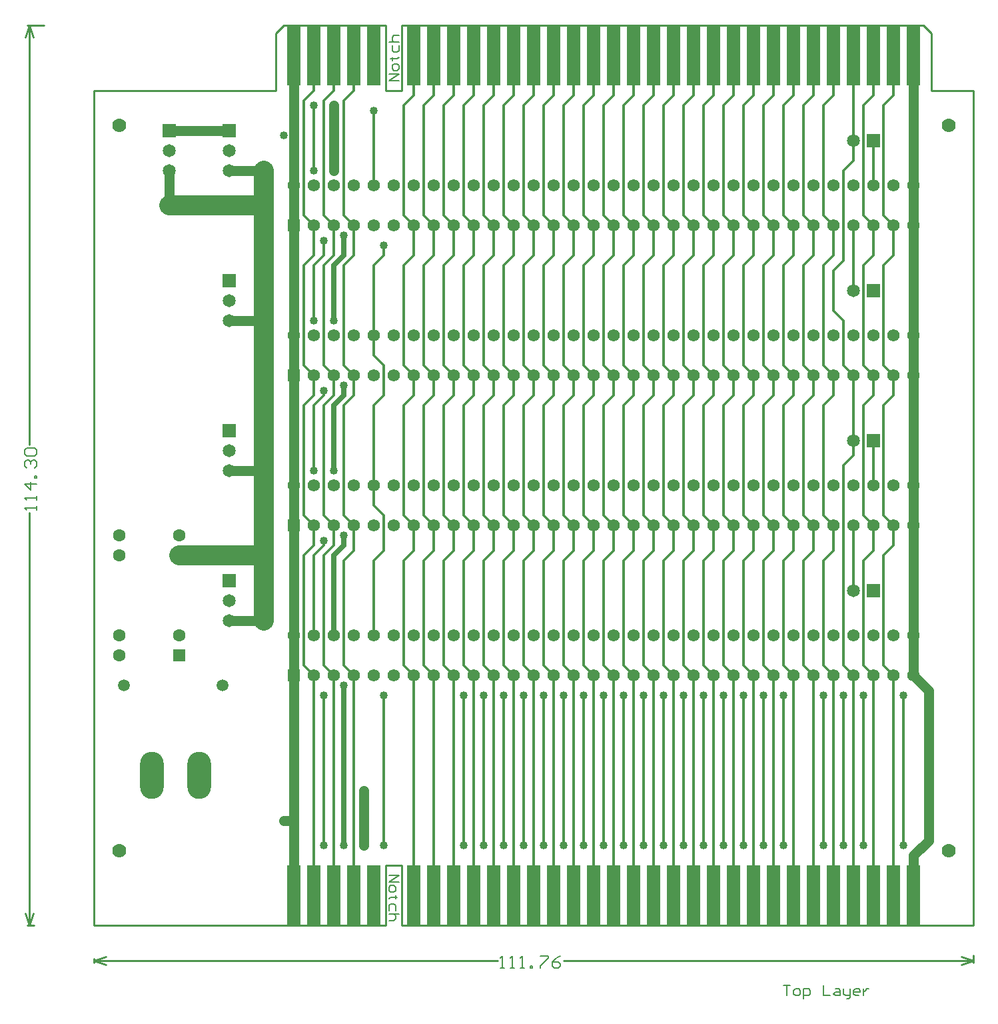
<source format=gtl>
G04*
G04 #@! TF.GenerationSoftware,Altium Limited,CircuitStudio,1.5.2 (30)*
G04*
G04 Layer_Physical_Order=1*
G04 Layer_Color=255*
%FSLAX25Y25*%
%MOIN*%
G70*
G01*
G75*
%ADD10R,0.06500X0.30000*%
%ADD11C,0.05000*%
%ADD12C,0.01200*%
%ADD13C,0.10000*%
%ADD14C,0.02500*%
%ADD15C,0.00800*%
%ADD16C,0.01000*%
%ADD17C,0.00600*%
%ADD18C,0.07000*%
%ADD19R,0.06500X0.06500*%
%ADD20C,0.06500*%
%ADD21C,0.05906*%
%ADD22R,0.06500X0.06500*%
%ADD23O,0.11811X0.23622*%
%ADD24C,0.06200*%
%ADD25R,0.06200X0.06200*%
%ADD26R,0.06300X0.06300*%
%ADD27C,0.06300*%
%ADD28C,0.04000*%
D10*
X585000Y212500D02*
D03*
X575000D02*
D03*
X565000D02*
D03*
X555000D02*
D03*
X545000D02*
D03*
X535000D02*
D03*
X525000D02*
D03*
X515000D02*
D03*
X505000D02*
D03*
X495000D02*
D03*
X485000D02*
D03*
X475000D02*
D03*
X465000D02*
D03*
X455000D02*
D03*
X445000D02*
D03*
X435000D02*
D03*
X425000D02*
D03*
X415000D02*
D03*
X405000D02*
D03*
X395000D02*
D03*
X385000D02*
D03*
X375000D02*
D03*
X345000D02*
D03*
X335000D02*
D03*
X325000D02*
D03*
X315000D02*
D03*
X595000D02*
D03*
X605000D02*
D03*
X615000D02*
D03*
X625000D02*
D03*
X355000D02*
D03*
Y632500D02*
D03*
X625000D02*
D03*
X615000D02*
D03*
X605000D02*
D03*
X595000D02*
D03*
X315000D02*
D03*
X325000D02*
D03*
X335000D02*
D03*
X345000D02*
D03*
X375000D02*
D03*
X385000D02*
D03*
X395000D02*
D03*
X405000D02*
D03*
X415000D02*
D03*
X425000D02*
D03*
X435000D02*
D03*
X445000D02*
D03*
X455000D02*
D03*
X465000D02*
D03*
X475000D02*
D03*
X485000D02*
D03*
X495000D02*
D03*
X505000D02*
D03*
X515000D02*
D03*
X525000D02*
D03*
X535000D02*
D03*
X545000D02*
D03*
X555000D02*
D03*
X565000D02*
D03*
X575000D02*
D03*
X585000D02*
D03*
D11*
X315000Y212500D02*
Y322500D01*
X310000Y250000D02*
X315000D01*
X252500Y557500D02*
Y575000D01*
Y595000D02*
X282500D01*
Y575000D02*
X300000D01*
X282500Y350000D02*
X300000D01*
X282500Y425000D02*
X300000D01*
X282500Y500000D02*
X300000D01*
X335000Y575000D02*
Y607500D01*
X315000Y567500D02*
Y612500D01*
X350000Y237500D02*
Y265000D01*
X315000Y547500D02*
Y567500D01*
Y342500D02*
Y375000D01*
Y322500D02*
Y342500D01*
Y375000D02*
Y397500D01*
X632500Y240000D02*
Y315000D01*
X625000Y322500D02*
X632500Y315000D01*
X625000Y547500D02*
Y567500D01*
Y492500D02*
Y547500D01*
Y472500D02*
Y492500D01*
Y417500D02*
Y472500D01*
Y397500D02*
Y417500D01*
Y342500D02*
Y397500D01*
Y322500D02*
Y342500D01*
X315000Y397500D02*
Y472500D01*
X625000Y212500D02*
Y232500D01*
X315000Y472500D02*
Y547500D01*
Y612500D02*
Y632500D01*
X625000Y232500D02*
X632500Y240000D01*
X625000Y567500D02*
Y632500D01*
D12*
X590000Y327500D02*
Y427500D01*
X595000Y432500D01*
Y440000D01*
Y365000D02*
Y397500D01*
X605000Y417500D02*
Y440000D01*
X595000D02*
Y472500D01*
X590000Y477500D02*
Y500000D01*
X585000Y505000D02*
X590000Y500000D01*
X585000Y505000D02*
Y525000D01*
X590000Y530000D01*
X595000Y515000D02*
Y547500D01*
X590000Y530000D02*
Y575000D01*
X595000Y580000D01*
Y595000D01*
X605000Y567500D02*
Y590000D01*
X595000Y595000D02*
Y632500D01*
X325000Y575000D02*
Y607500D01*
Y500000D02*
Y527500D01*
X355000Y567500D02*
Y605000D01*
X325000Y425000D02*
Y457500D01*
Y342500D02*
Y382500D01*
X355000Y342500D02*
Y380000D01*
X325000Y212500D02*
Y322500D01*
X335000Y212500D02*
Y322500D01*
X345000Y212500D02*
Y322500D01*
X320000Y327500D02*
X325000Y322500D01*
X330000Y327500D02*
X335000Y322500D01*
Y387500D02*
Y397500D01*
X330000Y382500D02*
X335000Y387500D01*
X330000Y327500D02*
Y382500D01*
X325000Y387500D02*
Y397500D01*
X320000Y382500D02*
X325000Y387500D01*
X320000Y327500D02*
Y382500D01*
X340000Y327500D02*
X345000Y322500D01*
X380000Y327500D02*
X385000Y322500D01*
X370000Y327500D02*
X375000Y322500D01*
X340000Y402500D02*
X345000Y397500D01*
Y462500D02*
Y472500D01*
X340000Y457500D02*
X345000Y462500D01*
X340000Y402500D02*
Y457500D01*
X320000Y402500D02*
Y457500D01*
X325000Y462500D01*
Y472500D01*
X330000Y402500D02*
Y457500D01*
X335000Y462500D01*
Y472500D01*
X330000Y402500D02*
X335000Y397500D01*
X320000Y402500D02*
X325000Y397500D01*
X340000Y477500D02*
X345000Y472500D01*
X330000Y477500D02*
X335000Y472500D01*
X320000Y477500D02*
X325000Y472500D01*
X330000Y462500D02*
Y465000D01*
X325000Y457500D02*
X330000Y462500D01*
X320000Y552500D02*
X325000Y547500D01*
X330000Y552500D02*
X335000Y547500D01*
X340000Y552500D02*
X345000Y547500D01*
X390000Y327500D02*
X395000Y322500D01*
X400000Y327500D02*
X405000Y322500D01*
X410000Y327500D02*
X415000Y322500D01*
X420000Y327500D02*
X425000Y322500D01*
X430000Y327500D02*
X435000Y322500D01*
X440000Y327500D02*
X445000Y322500D01*
X450000Y327500D02*
X455000Y322500D01*
X460000Y327500D02*
X465000Y322500D01*
X470000Y327500D02*
X475000Y322500D01*
X480000Y327500D02*
X485000Y322500D01*
X490000Y327500D02*
X495000Y322500D01*
X500000Y327500D02*
X505000Y322500D01*
X520000Y327500D02*
X525000Y322500D01*
X530000Y327500D02*
X535000Y322500D01*
X540000Y327500D02*
X545000Y322500D01*
X550000Y327500D02*
X555000Y322500D01*
X560000Y327500D02*
X565000Y322500D01*
X570000Y327500D02*
X575000Y322500D01*
X580000Y327500D02*
X585000Y322500D01*
X590000Y327500D02*
X595000Y322500D01*
X600000Y327500D02*
X605000Y322500D01*
X610000Y327500D02*
X615000Y322500D01*
X385000Y212500D02*
Y322500D01*
X375000Y212500D02*
Y322500D01*
X405000Y212500D02*
Y322500D01*
X395000Y212500D02*
Y322500D01*
X425000Y212500D02*
Y322500D01*
X415000Y212500D02*
Y322500D01*
X445000Y212500D02*
Y322500D01*
X435000Y212500D02*
Y322500D01*
X465000Y212500D02*
Y322500D01*
X455000Y212500D02*
Y322500D01*
X485000Y212500D02*
Y322500D01*
X475000Y212500D02*
Y322500D01*
X505000Y212500D02*
Y322500D01*
X495000Y212500D02*
Y322500D01*
X525000Y212500D02*
Y322500D01*
X515000Y212500D02*
Y322500D01*
X545000Y212500D02*
Y322500D01*
X535000Y212500D02*
Y322500D01*
X565000Y212500D02*
Y322500D01*
X555000Y212500D02*
Y322500D01*
X585000Y212500D02*
Y322500D01*
X575000Y212500D02*
Y322500D01*
X605000Y212500D02*
Y322500D01*
X595000Y212500D02*
Y322500D01*
X615000Y212500D02*
Y322500D01*
X510000Y327500D02*
X515000Y322500D01*
X510000Y402500D02*
X515000Y397500D01*
Y462500D02*
Y472500D01*
X510000Y457500D02*
X515000Y462500D01*
X510000Y402500D02*
Y457500D01*
X520000Y402500D02*
Y457500D01*
X525000Y462500D01*
Y472500D01*
X520000Y402500D02*
X525000Y397500D01*
X490000Y402500D02*
Y457500D01*
X495000Y462500D01*
Y472500D01*
X500000Y402500D02*
Y457500D01*
X505000Y462500D01*
Y472500D01*
X500000Y402500D02*
X505000Y397500D01*
X490000Y402500D02*
X495000Y397500D01*
X470000Y402500D02*
Y457500D01*
X475000Y462500D01*
Y472500D01*
X480000Y402500D02*
Y457500D01*
X485000Y462500D01*
Y472500D01*
X480000Y402500D02*
X485000Y397500D01*
X470000Y402500D02*
X475000Y397500D01*
X510000Y477500D02*
X515000Y472500D01*
X520000Y477500D02*
X525000Y472500D01*
X500000Y477500D02*
X505000Y472500D01*
X490000Y477500D02*
X495000Y472500D01*
X480000Y477500D02*
X485000Y472500D01*
X470000Y477500D02*
X475000Y472500D01*
X570000Y402500D02*
X575000Y397500D01*
Y462500D02*
Y472500D01*
X570000Y457500D02*
X575000Y462500D01*
X570000Y402500D02*
Y457500D01*
X580000Y402500D02*
Y457500D01*
X585000Y462500D01*
Y472500D01*
X580000Y402500D02*
X585000Y397500D01*
X550000Y402500D02*
Y457500D01*
X555000Y462500D01*
Y472500D01*
X560000Y402500D02*
Y457500D01*
X565000Y462500D01*
Y472500D01*
X560000Y402500D02*
X565000Y397500D01*
X550000Y402500D02*
X555000Y397500D01*
X530000Y402500D02*
Y457500D01*
X535000Y462500D01*
Y472500D01*
X540000Y402500D02*
Y457500D01*
X545000Y462500D01*
Y472500D01*
X540000Y402500D02*
X545000Y397500D01*
X530000Y402500D02*
X535000Y397500D01*
X570000Y477500D02*
X575000Y472500D01*
X580000Y477500D02*
X585000Y472500D01*
X560000Y477500D02*
X565000Y472500D01*
X550000Y477500D02*
X555000Y472500D01*
X540000Y477500D02*
X545000Y472500D01*
X530000Y477500D02*
X535000Y472500D01*
X600000Y402500D02*
X605000Y397500D01*
Y462500D02*
Y472500D01*
X600000Y457500D02*
X605000Y462500D01*
X600000Y402500D02*
Y457500D01*
X610000Y402500D02*
X615000Y397500D01*
Y462500D02*
Y472500D01*
X610000Y457500D02*
X615000Y462500D01*
X610000Y402500D02*
Y457500D01*
X590000Y477500D02*
X595000Y472500D01*
X600000Y477500D02*
X605000Y472500D01*
X610000Y477500D02*
X615000Y472500D01*
X420000Y477500D02*
X425000Y472500D01*
X430000Y477500D02*
X435000Y472500D01*
X440000Y477500D02*
X445000Y472500D01*
X450000Y477500D02*
X455000Y472500D01*
X460000Y477500D02*
X465000Y472500D01*
X420000Y402500D02*
X425000Y397500D01*
X430000Y402500D02*
X435000Y397500D01*
Y462500D02*
Y472500D01*
X430000Y457500D02*
X435000Y462500D01*
X430000Y402500D02*
Y457500D01*
X425000Y462500D02*
Y472500D01*
X420000Y457500D02*
X425000Y462500D01*
X420000Y402500D02*
Y457500D01*
X440000Y402500D02*
X445000Y397500D01*
X450000Y402500D02*
X455000Y397500D01*
Y462500D02*
Y472500D01*
X450000Y457500D02*
X455000Y462500D01*
X450000Y402500D02*
Y457500D01*
X445000Y462500D02*
Y472500D01*
X440000Y457500D02*
X445000Y462500D01*
X440000Y402500D02*
Y457500D01*
X460000Y402500D02*
Y457500D01*
X465000Y462500D01*
Y472500D01*
X460000Y402500D02*
X465000Y397500D01*
X370000Y477500D02*
X375000Y472500D01*
X380000Y477500D02*
X385000Y472500D01*
X390000Y477500D02*
X395000Y472500D01*
X400000Y477500D02*
X405000Y472500D01*
X410000Y477500D02*
X415000Y472500D01*
X370000Y402500D02*
X375000Y397500D01*
X380000Y402500D02*
X385000Y397500D01*
Y462500D02*
Y472500D01*
X380000Y457500D02*
X385000Y462500D01*
X380000Y402500D02*
Y457500D01*
X375000Y462500D02*
Y472500D01*
X370000Y457500D02*
X375000Y462500D01*
X370000Y402500D02*
Y457500D01*
X390000Y402500D02*
X395000Y397500D01*
X400000Y402500D02*
X405000Y397500D01*
Y462500D02*
Y472500D01*
X400000Y457500D02*
X405000Y462500D01*
X400000Y402500D02*
Y457500D01*
X395000Y462500D02*
Y472500D01*
X390000Y457500D02*
X395000Y462500D01*
X390000Y402500D02*
Y457500D01*
X410000Y402500D02*
Y457500D01*
X415000Y462500D01*
Y472500D01*
X410000Y402500D02*
X415000Y397500D01*
X330000Y237500D02*
Y312500D01*
X360000Y237500D02*
Y312500D01*
X320000Y552500D02*
Y610000D01*
X325000Y615000D01*
Y632500D01*
X330000Y552500D02*
Y610000D01*
X335000Y615000D01*
Y632500D01*
X340000Y552500D02*
Y610000D01*
X345000Y615000D01*
Y632500D01*
X620000Y237500D02*
Y312500D01*
X600000Y237500D02*
Y312500D01*
X590000Y237500D02*
Y312500D01*
X580000Y237500D02*
Y312500D01*
X560000Y237500D02*
Y312500D01*
X550000Y237500D02*
Y312500D01*
X540000Y237500D02*
Y312500D01*
X530000Y237500D02*
Y312500D01*
X520000Y237500D02*
Y312500D01*
X510000Y237500D02*
Y312500D01*
X500000Y237500D02*
Y312500D01*
X490000Y237500D02*
Y312500D01*
X480000Y237500D02*
Y312500D01*
X470000Y237500D02*
Y312500D01*
X460000Y237500D02*
Y312500D01*
X450000Y237500D02*
Y312500D01*
X440000Y237500D02*
Y312500D01*
X430000Y237500D02*
Y312500D01*
X420000Y237500D02*
Y312500D01*
X410000Y237500D02*
Y312500D01*
X400000Y237500D02*
Y312500D01*
X340000Y477500D02*
Y527500D01*
X345000Y532500D01*
Y547500D01*
X355000Y482500D02*
Y527500D01*
X360000Y532500D01*
Y537500D01*
X330000Y477500D02*
Y527500D01*
X335000Y532500D01*
Y547500D01*
X325000Y527500D02*
X330000Y532500D01*
Y540000D01*
X320000Y477500D02*
Y527500D01*
X325000Y532500D01*
Y547500D01*
X370000Y477500D02*
Y527500D01*
X375000Y532500D01*
Y547500D01*
X380000Y477500D02*
Y527500D01*
X385000Y532500D01*
Y547500D01*
X390000Y477500D02*
Y527500D01*
X395000Y532500D01*
Y547500D01*
X400000Y477500D02*
Y527500D01*
X405000Y532500D01*
Y547500D01*
X410000Y477500D02*
Y527500D01*
X415000Y532500D01*
Y547500D01*
X420000Y477500D02*
Y527500D01*
X425000Y532500D01*
Y547500D01*
X430000Y477500D02*
Y527500D01*
X435000Y532500D01*
Y547500D01*
X440000Y477500D02*
Y527500D01*
X445000Y532500D01*
Y547500D01*
X450000Y477500D02*
Y527500D01*
X455000Y532500D01*
Y547500D01*
X460000Y477500D02*
Y527500D01*
X465000Y532500D01*
Y547500D01*
X470000Y477500D02*
Y527500D01*
X475000Y532500D01*
Y547500D01*
X480000Y477500D02*
Y527500D01*
X485000Y532500D01*
Y547500D01*
X490000Y477500D02*
Y527500D01*
X495000Y532500D01*
Y547500D01*
X500000Y477500D02*
Y527500D01*
X505000Y532500D01*
Y547500D01*
X510000Y477500D02*
Y527500D01*
X515000Y532500D01*
Y547500D01*
X520000Y477500D02*
Y527500D01*
X525000Y532500D01*
Y547500D01*
X530000Y477500D02*
Y527500D01*
X535000Y532500D01*
Y547500D01*
X540000Y477500D02*
Y527500D01*
X545000Y532500D01*
Y547500D01*
X550000Y477500D02*
Y527500D01*
X555000Y532500D01*
Y547500D01*
X560000Y477500D02*
Y527500D01*
X565000Y532500D01*
Y547500D01*
X570000Y477500D02*
Y527500D01*
X575000Y532500D01*
Y547500D01*
X580000Y477500D02*
Y527500D01*
X585000Y532500D01*
Y547500D01*
X600000Y477500D02*
Y527500D01*
X605000Y532500D01*
Y547500D01*
X610000Y477500D02*
Y527500D01*
X615000Y532500D01*
Y547500D01*
X370000Y552500D02*
X375000Y547500D01*
X370000Y552500D02*
Y607500D01*
X375000Y612500D01*
Y632500D01*
X385000Y612500D02*
Y632500D01*
X380000Y607500D02*
X385000Y612500D01*
X380000Y552500D02*
Y607500D01*
Y552500D02*
X385000Y547500D01*
X395000Y612500D02*
Y632500D01*
X390000Y607500D02*
X395000Y612500D01*
X390000Y552500D02*
Y607500D01*
Y552500D02*
X395000Y547500D01*
X405000Y612500D02*
Y632500D01*
X400000Y607500D02*
X405000Y612500D01*
X400000Y552500D02*
Y607500D01*
Y552500D02*
X405000Y547500D01*
X415000Y612500D02*
Y632500D01*
X410000Y607500D02*
X415000Y612500D01*
X410000Y552500D02*
Y607500D01*
Y552500D02*
X415000Y547500D01*
X425000Y612500D02*
Y632500D01*
X420000Y607500D02*
X425000Y612500D01*
X420000Y552500D02*
Y607500D01*
Y552500D02*
X425000Y547500D01*
X435000Y612500D02*
Y632500D01*
X430000Y607500D02*
X435000Y612500D01*
X430000Y552500D02*
Y607500D01*
Y552500D02*
X435000Y547500D01*
X445000Y612500D02*
Y632500D01*
X440000Y607500D02*
X445000Y612500D01*
X440000Y552500D02*
Y607500D01*
Y552500D02*
X445000Y547500D01*
X455000Y612500D02*
Y632500D01*
X450000Y607500D02*
X455000Y612500D01*
X450000Y552500D02*
Y607500D01*
Y552500D02*
X455000Y547500D01*
X465000Y612500D02*
Y632500D01*
X460000Y607500D02*
X465000Y612500D01*
X460000Y552500D02*
Y607500D01*
Y552500D02*
X465000Y547500D01*
X475000Y612500D02*
Y632500D01*
X470000Y607500D02*
X475000Y612500D01*
X470000Y552500D02*
Y607500D01*
Y552500D02*
X475000Y547500D01*
X485000Y612500D02*
Y632500D01*
X480000Y607500D02*
X485000Y612500D01*
X480000Y552500D02*
Y607500D01*
Y552500D02*
X485000Y547500D01*
X495000Y612500D02*
Y632500D01*
X490000Y607500D02*
X495000Y612500D01*
X490000Y552500D02*
Y607500D01*
Y552500D02*
X495000Y547500D01*
X505000Y612500D02*
Y632500D01*
X500000Y607500D02*
X505000Y612500D01*
X500000Y552500D02*
Y607500D01*
Y552500D02*
X505000Y547500D01*
X515000Y612500D02*
Y632500D01*
X510000Y607500D02*
X515000Y612500D01*
X510000Y552500D02*
Y607500D01*
Y552500D02*
X515000Y547500D01*
X525000Y612500D02*
Y632500D01*
X520000Y607500D02*
X525000Y612500D01*
X520000Y552500D02*
Y607500D01*
Y552500D02*
X525000Y547500D01*
X535000Y612500D02*
Y632500D01*
X530000Y607500D02*
X535000Y612500D01*
X530000Y552500D02*
Y607500D01*
Y552500D02*
X535000Y547500D01*
X545000Y612500D02*
Y632500D01*
X540000Y607500D02*
X545000Y612500D01*
X540000Y552500D02*
Y607500D01*
Y552500D02*
X545000Y547500D01*
X555000Y612500D02*
Y632500D01*
X550000Y607500D02*
X555000Y612500D01*
X550000Y552500D02*
Y607500D01*
Y552500D02*
X555000Y547500D01*
X565000Y612500D02*
Y632500D01*
X560000Y607500D02*
X565000Y612500D01*
X560000Y552500D02*
Y607500D01*
Y552500D02*
X565000Y547500D01*
X575000Y612500D02*
Y632500D01*
X570000Y607500D02*
X575000Y612500D01*
X570000Y552500D02*
Y607500D01*
Y552500D02*
X575000Y547500D01*
X585000Y612500D02*
Y632500D01*
X580000Y607500D02*
X585000Y612500D01*
X580000Y552500D02*
Y607500D01*
Y552500D02*
X585000Y547500D01*
X605000Y612500D02*
Y632500D01*
X600000Y607500D02*
X605000Y612500D01*
X600000Y552500D02*
Y607500D01*
Y552500D02*
X605000Y547500D01*
X615000Y612500D02*
Y632500D01*
X610000Y607500D02*
X615000Y612500D01*
X610000Y552500D02*
Y607500D01*
Y552500D02*
X615000Y547500D01*
X340000Y327500D02*
Y380000D01*
X345000Y385000D01*
Y397500D01*
X370000Y327500D02*
Y380000D01*
X375000Y385000D01*
Y397500D01*
X380000Y327500D02*
Y380000D01*
X385000Y385000D01*
Y397500D01*
X390000Y327500D02*
Y380000D01*
X395000Y385000D01*
Y397500D01*
X400000Y327500D02*
Y380000D01*
X405000Y385000D01*
Y397500D01*
X410000Y327500D02*
Y380000D01*
X415000Y385000D01*
Y397500D01*
X420000Y327500D02*
Y380000D01*
X425000Y385000D01*
Y397500D01*
X430000Y327500D02*
Y380000D01*
X435000Y385000D01*
Y397500D01*
X440000Y327500D02*
Y380000D01*
X445000Y385000D01*
Y397500D01*
X450000Y327500D02*
Y380000D01*
X455000Y385000D01*
Y397500D01*
X460000Y327500D02*
Y380000D01*
X465000Y385000D01*
Y397500D01*
X470000Y327500D02*
Y380000D01*
X475000Y385000D01*
Y397500D01*
X480000Y327500D02*
Y380000D01*
X485000Y385000D01*
Y397500D01*
X490000Y327500D02*
Y380000D01*
X495000Y385000D01*
Y397500D01*
X500000Y327500D02*
Y380000D01*
X505000Y385000D01*
Y397500D01*
X510000Y327500D02*
Y380000D01*
X515000Y385000D01*
Y397500D01*
X520000Y327500D02*
Y380000D01*
X525000Y385000D01*
Y397500D01*
X530000Y327500D02*
Y380000D01*
X535000Y385000D01*
Y397500D01*
X540000Y327500D02*
Y380000D01*
X545000Y385000D01*
Y397500D01*
X550000Y327500D02*
Y380000D01*
X555000Y385000D01*
Y397500D01*
X560000Y327500D02*
Y380000D01*
X565000Y385000D01*
Y397500D01*
X570000Y327500D02*
Y380000D01*
X575000Y385000D01*
Y397500D01*
X580000Y327500D02*
Y380000D01*
X585000Y385000D01*
Y397500D01*
X600000Y327500D02*
Y380000D01*
X605000Y385000D01*
Y397500D01*
X615000Y387500D02*
Y397500D01*
X610000Y327500D02*
Y382500D01*
X615000Y387500D01*
X325000Y382500D02*
X330000Y387500D01*
Y390000D01*
X355000Y407500D02*
Y457500D01*
X360000Y462500D01*
Y477500D01*
X355000Y482500D02*
X360000Y477500D01*
X355000Y380000D02*
X360000Y385000D01*
Y402500D01*
X355000Y407500D02*
X360000Y402500D01*
D13*
X300000Y557500D02*
Y575000D01*
Y500000D02*
Y557500D01*
X252500D02*
X300000D01*
Y382500D02*
Y425000D01*
Y350000D02*
Y382500D01*
X257500D02*
X300000D01*
Y425000D02*
Y500000D01*
D14*
X335000D02*
Y527500D01*
Y425000D02*
Y457500D01*
X340000Y462500D01*
X335000Y527500D02*
X340000Y532500D01*
X335000Y342500D02*
Y382500D01*
X340000Y237500D02*
Y317500D01*
X335000Y382500D02*
X340000Y387500D01*
Y392500D01*
Y462500D02*
Y467500D01*
Y532500D02*
Y542500D01*
D15*
X560000Y167498D02*
X563332D01*
X561666D01*
Y162500D01*
X565831D02*
X567498D01*
X568331Y163333D01*
Y164999D01*
X567498Y165832D01*
X565831D01*
X564998Y164999D01*
Y163333D01*
X565831Y162500D01*
X569997Y160834D02*
Y165832D01*
X572496D01*
X573329Y164999D01*
Y163333D01*
X572496Y162500D01*
X569997D01*
X579993Y167498D02*
Y162500D01*
X583326D01*
X585825Y165832D02*
X587491D01*
X588324Y164999D01*
Y162500D01*
X585825D01*
X584992Y163333D01*
X585825Y164166D01*
X588324D01*
X589990Y165832D02*
Y163333D01*
X590823Y162500D01*
X593323D01*
Y161667D01*
X592489Y160834D01*
X591656D01*
X593323Y162500D02*
Y165832D01*
X597488Y162500D02*
X595822D01*
X594989Y163333D01*
Y164999D01*
X595822Y165832D01*
X597488D01*
X598321Y164999D01*
Y164166D01*
X594989D01*
X599987Y165832D02*
Y162500D01*
Y164166D01*
X600820Y164999D01*
X601653Y165832D01*
X602486D01*
X367500Y620000D02*
X362502D01*
X367500Y623332D01*
X362502D01*
X367500Y625831D02*
Y627498D01*
X366667Y628331D01*
X365001D01*
X364168Y627498D01*
Y625831D01*
X365001Y624998D01*
X366667D01*
X367500Y625831D01*
X363335Y630830D02*
X364168D01*
Y629997D01*
Y631663D01*
Y630830D01*
X366667D01*
X367500Y631663D01*
X364168Y637494D02*
Y634995D01*
X365001Y634162D01*
X366667D01*
X367500Y634995D01*
Y637494D01*
X362502Y639160D02*
X367500D01*
X365001D01*
X364168Y639993D01*
Y641660D01*
X365001Y642493D01*
X367500D01*
X362500Y222500D02*
X367498D01*
X362500Y219168D01*
X367498D01*
X362500Y216669D02*
Y215002D01*
X363333Y214169D01*
X364999D01*
X365832Y215002D01*
Y216669D01*
X364999Y217502D01*
X363333D01*
X362500Y216669D01*
X366665Y211670D02*
X365832D01*
Y212503D01*
Y210837D01*
Y211670D01*
X363333D01*
X362500Y210837D01*
X365832Y205006D02*
Y207505D01*
X364999Y208338D01*
X363333D01*
X362500Y207505D01*
Y205006D01*
X367498Y203340D02*
X362500D01*
X364999D01*
X365832Y202506D01*
Y200840D01*
X364999Y200007D01*
X362500D01*
D16*
X655000Y179000D02*
Y182500D01*
X215000Y179000D02*
Y181000D01*
X449995Y180000D02*
X655000D01*
X215000D02*
X416805D01*
X649000Y182000D02*
X655000Y180000D01*
X649000Y178000D02*
X655000Y180000D01*
X215000D02*
X221000Y178000D01*
X215000Y180000D02*
X221000Y182000D01*
X181500Y647500D02*
X190000D01*
X181500Y197500D02*
X185000D01*
X182500Y437995D02*
Y647500D01*
Y197500D02*
Y403805D01*
X180500Y641500D02*
X182500Y647500D01*
X184500Y641500D01*
X182500Y197500D02*
X184500Y203500D01*
X180500D02*
X182500Y197500D01*
X630000Y647500D02*
X634000Y643500D01*
X306000D02*
X310000Y647500D01*
X634000Y615000D02*
Y643500D01*
Y615000D02*
X655000D01*
X306000D02*
Y643500D01*
X215000Y615000D02*
X306000D01*
X369000Y647500D02*
X630000D01*
X369000Y615000D02*
Y647500D01*
X361000Y615000D02*
X369000D01*
X361000D02*
Y647500D01*
X310000D02*
X361000D01*
Y615000D02*
Y647500D01*
Y615000D02*
X369000D01*
Y647500D01*
X215000Y197500D02*
X361000D01*
X369000D02*
X655000D01*
X361000D02*
Y227500D01*
X369000D01*
Y197500D02*
Y227500D01*
X215000Y197500D02*
Y615000D01*
X655000Y197500D02*
Y615000D01*
D17*
X418405Y176401D02*
X420404D01*
X419405D01*
Y182399D01*
X418405Y181399D01*
X423403Y176401D02*
X425403D01*
X424403D01*
Y182399D01*
X423403Y181399D01*
X428402Y176401D02*
X430401D01*
X429401D01*
Y182399D01*
X428402Y181399D01*
X433400Y176401D02*
Y177401D01*
X434400D01*
Y176401D01*
X433400D01*
X438398Y182399D02*
X442397D01*
Y181399D01*
X438398Y177401D01*
Y176401D01*
X448395Y182399D02*
X446396Y181399D01*
X444396Y179400D01*
Y177401D01*
X445396Y176401D01*
X447396D01*
X448395Y177401D01*
Y178400D01*
X447396Y179400D01*
X444396D01*
X186099Y405405D02*
Y407404D01*
Y406405D01*
X180101D01*
X181101Y405405D01*
X186099Y410403D02*
Y412403D01*
Y411403D01*
X180101D01*
X181101Y410403D01*
X186099Y418401D02*
X180101D01*
X183100Y415402D01*
Y419401D01*
X186099Y421400D02*
X185099D01*
Y422400D01*
X186099D01*
Y421400D01*
X181101Y426398D02*
X180101Y427398D01*
Y429397D01*
X181101Y430397D01*
X182100D01*
X183100Y429397D01*
Y428398D01*
Y429397D01*
X184100Y430397D01*
X185099D01*
X186099Y429397D01*
Y427398D01*
X185099Y426398D01*
X181101Y432396D02*
X180101Y433396D01*
Y435395D01*
X181101Y436395D01*
X185099D01*
X186099Y435395D01*
Y433396D01*
X185099Y432396D01*
X181101D01*
D18*
X227500Y597500D02*
D03*
X642500D02*
D03*
Y235000D02*
D03*
X227500D02*
D03*
D19*
X605000Y440000D02*
D03*
Y515000D02*
D03*
Y590000D02*
D03*
Y365000D02*
D03*
D20*
X595000Y440000D02*
D03*
Y515000D02*
D03*
Y590000D02*
D03*
X282500Y585000D02*
D03*
Y575000D02*
D03*
X252500Y585000D02*
D03*
Y575000D02*
D03*
X282500Y435000D02*
D03*
Y425000D02*
D03*
Y510000D02*
D03*
Y500000D02*
D03*
Y360000D02*
D03*
Y350000D02*
D03*
X595000Y365000D02*
D03*
D21*
X230000Y317500D02*
D03*
X279213D02*
D03*
D22*
X282500Y595000D02*
D03*
X252500D02*
D03*
X282500Y445000D02*
D03*
Y520000D02*
D03*
Y370000D02*
D03*
D23*
X243878Y272500D02*
D03*
X267500D02*
D03*
D24*
X625000Y547500D02*
D03*
X615000D02*
D03*
X625000Y567500D02*
D03*
X615000D02*
D03*
X605000D02*
D03*
X595000D02*
D03*
X585000D02*
D03*
X575000D02*
D03*
X565000D02*
D03*
X555000D02*
D03*
X545000D02*
D03*
X535000D02*
D03*
X525000D02*
D03*
X515000D02*
D03*
X505000D02*
D03*
X495000D02*
D03*
X485000D02*
D03*
X475000D02*
D03*
X465000D02*
D03*
X455000D02*
D03*
X445000D02*
D03*
X435000D02*
D03*
X425000D02*
D03*
X415000D02*
D03*
X405000D02*
D03*
X395000D02*
D03*
X385000D02*
D03*
X375000D02*
D03*
X365000D02*
D03*
X355000D02*
D03*
X345000D02*
D03*
X335000D02*
D03*
X325000D02*
D03*
X315000D02*
D03*
X605000Y547500D02*
D03*
X595000D02*
D03*
X585000D02*
D03*
X575000D02*
D03*
X565000D02*
D03*
X555000D02*
D03*
X545000D02*
D03*
X535000D02*
D03*
X525000D02*
D03*
X515000D02*
D03*
X505000D02*
D03*
X495000D02*
D03*
X485000D02*
D03*
X475000D02*
D03*
X465000D02*
D03*
X455000D02*
D03*
X445000D02*
D03*
X435000D02*
D03*
X425000D02*
D03*
X415000D02*
D03*
X405000D02*
D03*
X395000D02*
D03*
X385000D02*
D03*
X375000D02*
D03*
X365000D02*
D03*
X355000D02*
D03*
X345000D02*
D03*
X335000D02*
D03*
X325000D02*
D03*
X625000Y472500D02*
D03*
X615000D02*
D03*
X625000Y492500D02*
D03*
X615000D02*
D03*
X605000D02*
D03*
X595000D02*
D03*
X585000D02*
D03*
X575000D02*
D03*
X565000D02*
D03*
X555000D02*
D03*
X545000D02*
D03*
X535000D02*
D03*
X525000D02*
D03*
X515000D02*
D03*
X505000D02*
D03*
X495000D02*
D03*
X485000D02*
D03*
X475000D02*
D03*
X465000D02*
D03*
X455000D02*
D03*
X445000D02*
D03*
X435000D02*
D03*
X425000D02*
D03*
X415000D02*
D03*
X405000D02*
D03*
X395000D02*
D03*
X385000D02*
D03*
X375000D02*
D03*
X365000D02*
D03*
X355000D02*
D03*
X345000D02*
D03*
X335000D02*
D03*
X325000D02*
D03*
X315000D02*
D03*
X605000Y472500D02*
D03*
X595000D02*
D03*
X585000D02*
D03*
X575000D02*
D03*
X565000D02*
D03*
X555000D02*
D03*
X545000D02*
D03*
X535000D02*
D03*
X525000D02*
D03*
X515000D02*
D03*
X505000D02*
D03*
X495000D02*
D03*
X485000D02*
D03*
X475000D02*
D03*
X465000D02*
D03*
X455000D02*
D03*
X445000D02*
D03*
X435000D02*
D03*
X425000D02*
D03*
X415000D02*
D03*
X405000D02*
D03*
X395000D02*
D03*
X385000D02*
D03*
X375000D02*
D03*
X365000D02*
D03*
X355000D02*
D03*
X345000D02*
D03*
X335000D02*
D03*
X325000D02*
D03*
X625000Y397500D02*
D03*
X615000D02*
D03*
X625000Y417500D02*
D03*
X615000D02*
D03*
X605000D02*
D03*
X595000D02*
D03*
X585000D02*
D03*
X575000D02*
D03*
X565000D02*
D03*
X555000D02*
D03*
X545000D02*
D03*
X535000D02*
D03*
X525000D02*
D03*
X515000D02*
D03*
X505000D02*
D03*
X495000D02*
D03*
X485000D02*
D03*
X475000D02*
D03*
X465000D02*
D03*
X455000D02*
D03*
X445000D02*
D03*
X435000D02*
D03*
X425000D02*
D03*
X415000D02*
D03*
X405000D02*
D03*
X395000D02*
D03*
X385000D02*
D03*
X375000D02*
D03*
X365000D02*
D03*
X355000D02*
D03*
X345000D02*
D03*
X335000D02*
D03*
X325000D02*
D03*
X315000D02*
D03*
X605000Y397500D02*
D03*
X595000D02*
D03*
X585000D02*
D03*
X575000D02*
D03*
X565000D02*
D03*
X555000D02*
D03*
X545000D02*
D03*
X535000D02*
D03*
X525000D02*
D03*
X515000D02*
D03*
X505000D02*
D03*
X495000D02*
D03*
X485000D02*
D03*
X475000D02*
D03*
X465000D02*
D03*
X455000D02*
D03*
X445000D02*
D03*
X435000D02*
D03*
X425000D02*
D03*
X415000D02*
D03*
X405000D02*
D03*
X395000D02*
D03*
X385000D02*
D03*
X375000D02*
D03*
X365000D02*
D03*
X355000D02*
D03*
X345000D02*
D03*
X335000D02*
D03*
X325000D02*
D03*
X625000Y322500D02*
D03*
X615000D02*
D03*
X625000Y342500D02*
D03*
X615000D02*
D03*
X605000D02*
D03*
X595000D02*
D03*
X585000D02*
D03*
X575000D02*
D03*
X565000D02*
D03*
X555000D02*
D03*
X545000D02*
D03*
X535000D02*
D03*
X525000D02*
D03*
X515000D02*
D03*
X505000D02*
D03*
X495000D02*
D03*
X485000D02*
D03*
X475000D02*
D03*
X465000D02*
D03*
X455000D02*
D03*
X445000D02*
D03*
X435000D02*
D03*
X425000D02*
D03*
X415000D02*
D03*
X405000D02*
D03*
X395000D02*
D03*
X385000D02*
D03*
X375000D02*
D03*
X365000D02*
D03*
X355000D02*
D03*
X345000D02*
D03*
X335000D02*
D03*
X325000D02*
D03*
X315000D02*
D03*
X605000Y322500D02*
D03*
X595000D02*
D03*
X585000D02*
D03*
X575000D02*
D03*
X565000D02*
D03*
X555000D02*
D03*
X545000D02*
D03*
X535000D02*
D03*
X525000D02*
D03*
X515000D02*
D03*
X505000D02*
D03*
X495000D02*
D03*
X485000D02*
D03*
X475000D02*
D03*
X465000D02*
D03*
X455000D02*
D03*
X445000D02*
D03*
X435000D02*
D03*
X425000D02*
D03*
X415000D02*
D03*
X405000D02*
D03*
X395000D02*
D03*
X385000D02*
D03*
X375000D02*
D03*
X365000D02*
D03*
X355000D02*
D03*
X345000D02*
D03*
X335000D02*
D03*
X325000D02*
D03*
D25*
X315000Y547500D02*
D03*
Y472500D02*
D03*
Y397500D02*
D03*
Y322500D02*
D03*
D26*
X257500Y332500D02*
D03*
D27*
Y342500D02*
D03*
Y382500D02*
D03*
Y392500D02*
D03*
X227500D02*
D03*
Y382500D02*
D03*
Y342500D02*
D03*
Y332500D02*
D03*
D28*
X335000Y575000D02*
D03*
X325000D02*
D03*
Y500000D02*
D03*
X335000D02*
D03*
X350000Y242500D02*
D03*
Y260000D02*
D03*
Y237500D02*
D03*
Y265000D02*
D03*
X315000Y525000D02*
D03*
Y520000D02*
D03*
X310000Y592500D02*
D03*
X315000D02*
D03*
Y450000D02*
D03*
Y445000D02*
D03*
Y250000D02*
D03*
X310000D02*
D03*
X315000Y370000D02*
D03*
Y375000D02*
D03*
X335000Y425000D02*
D03*
X325000D02*
D03*
X340000Y237500D02*
D03*
X330000D02*
D03*
Y465000D02*
D03*
Y540000D02*
D03*
X400000Y237500D02*
D03*
X410000D02*
D03*
X420000D02*
D03*
X430000D02*
D03*
X470000D02*
D03*
X460000D02*
D03*
X450000D02*
D03*
X440000D02*
D03*
X510000D02*
D03*
X490000D02*
D03*
X480000D02*
D03*
X550000D02*
D03*
X540000D02*
D03*
X530000D02*
D03*
X520000D02*
D03*
X590000D02*
D03*
X580000D02*
D03*
X560000D02*
D03*
X600000D02*
D03*
X620000D02*
D03*
X330000Y312500D02*
D03*
X360000Y237500D02*
D03*
Y312500D02*
D03*
X315000Y612500D02*
D03*
X325000Y607500D02*
D03*
X335000D02*
D03*
X620000Y312500D02*
D03*
X600000D02*
D03*
X590000D02*
D03*
X580000D02*
D03*
X560000D02*
D03*
X550000D02*
D03*
X540000D02*
D03*
X530000D02*
D03*
X520000D02*
D03*
X510000D02*
D03*
X500000D02*
D03*
Y237500D02*
D03*
X490000Y312500D02*
D03*
X480000D02*
D03*
X470000D02*
D03*
X460000D02*
D03*
X450000D02*
D03*
X440000D02*
D03*
X430000D02*
D03*
X420000D02*
D03*
X410000D02*
D03*
X400000D02*
D03*
X360000Y537500D02*
D03*
X330000Y390000D02*
D03*
X355000Y605000D02*
D03*
X340000Y317500D02*
D03*
Y392500D02*
D03*
Y467500D02*
D03*
Y542500D02*
D03*
M02*

</source>
